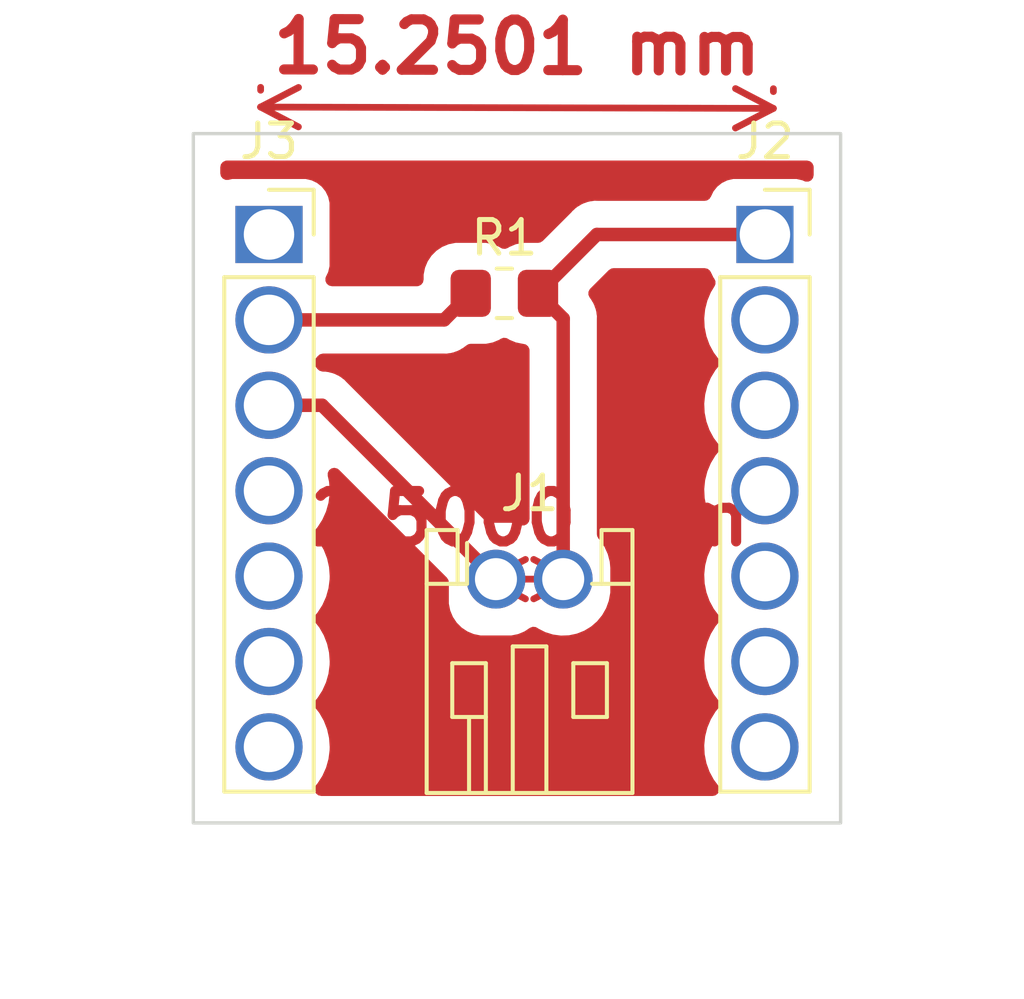
<source format=kicad_pcb>
(kicad_pcb (version 20211014) (generator pcbnew)
  (layers (0 "F.Cu" signal) (31 "B.Cu" signal) (34 "B.Paste" user) (35 "F.Paste" user) (36 "B.SilkS" user "B.Silkscreen") (37 "F.SilkS" user "F.Silkscreen") (38 "B.Mask" user) (39 "F.Mask" user) (44 "Edge.Cuts" user))
  (net 0 "")
  (net 1 "3.3V")
  (net 2 "A0")
  (net 3 "GND")
  (footprint "Connector_PinSocket_2.54mm:PinSocket_1x07_P2.54mm_Vertical" (layer "F.Cu") (at 183.25 56.75)
    (fp_text reference "J3" (at 0 -2.77) (layer "F.SilkS"))
    (fp_text value "Conn_01x07_Female")
    (fp_line (start -1.33 1.27) (end -1.33 16.57) (layer "F.SilkS") (width 0.12))
    (fp_line (start 0 -1.33) (end 1.33 -1.33) (layer "F.SilkS") (width 0.12))
    (fp_line (start -1.33 1.27) (end 1.33 1.27) (layer "F.SilkS") (width 0.12))
    (fp_line (start 1.33 1.27) (end 1.33 16.57) (layer "F.SilkS") (width 0.12))
    (fp_line (start 1.33 -1.33) (end 1.33 0) (layer "F.SilkS") (width 0.12))
    (fp_line (start -1.33 16.57) (end 1.33 16.57) (layer "F.SilkS") (width 0.12))
    (pad "1" thru_hole rect (at 0 0) (size 2 1.7) (drill 1.5) (layers *.Cu *.Mask))
    (pad "2" thru_hole circle (at 0 2.54) (size 2 2) (drill 1.5) (layers *.Cu *.Mask) (net 3 "GND"))
    (pad "3" thru_hole circle (at 0 5.08) (size 2 2) (drill 1.5) (layers *.Cu *.Mask) (net 1 "3.3V"))
    (pad "4" thru_hole circle (at 0 7.62) (size 2 2) (drill 1.5) (layers *.Cu *.Mask))
    (pad "5" thru_hole circle (at 0 10.16) (size 2 2) (drill 1.5) (layers *.Cu *.Mask))
    (pad "6" thru_hole circle (at 0 12.7) (size 2 2) (drill 1.5) (layers *.Cu *.Mask))
    (pad "7" thru_hole circle (at 0 15.24) (size 2 2) (drill 1.5) (layers *.Cu *.Mask))
  )
  (footprint "Resistor_SMD:R_0805_2012Metric_Pad1.20x1.40mm_HandSolder" (layer "F.Cu") (at 190.25 58.5)
    (fp_text reference "R1" (at 0 -1.65) (layer "F.SilkS"))
    (fp_text value "155")
    (fp_line (start -0.227064 0.735) (end 0.227064 0.735) (layer "F.SilkS") (width 0.12))
    (fp_line (start -0.227064 -0.735) (end 0.227064 -0.735) (layer "F.SilkS") (width 0.12))
    (pad "1" smd roundrect (at -1 0) (size 1.2 1.4) (layers "F.Cu" "F.Paste" "F.Mask") (roundrect_rratio 0.2083333333) (net 3 "GND"))
    (pad "2" smd roundrect (at 1 0) (size 1.2 1.4) (layers "F.Cu" "F.Paste" "F.Mask") (roundrect_rratio 0.2083333333) (net 2 "A0"))
  )
  (footprint "Connector_JST:JST_PH_S2B-PH-K_1x02_P2.00mm_Horizontal" (layer "F.Cu") (at 190 67)
    (fp_text reference "J1" (at 1 -2.55) (layer "F.SilkS"))
    (fp_text value "Conn_01x02_Female")
    (fp_line (start 4.06 6.36) (end 4.06 -1.46) (layer "F.SilkS") (width 0.12))
    (fp_line (start -1.3 4.1) (end -0.3 4.1) (layer "F.SilkS") (width 0.12))
    (fp_line (start -0.3 4.1) (end -0.3 6.36) (layer "F.SilkS") (width 0.12))
    (fp_line (start 4.06 -1.46) (end 3.14 -1.46) (layer "F.SilkS") (width 0.12))
    (fp_line (start 0.5 2) (end 1.5 2) (layer "F.SilkS") (width 0.12))
    (fp_line (start -2.06 -1.46) (end -2.06 6.36) (layer "F.SilkS") (width 0.12))
    (fp_line (start -2.06 6.36) (end 4.06 6.36) (layer "F.SilkS") (width 0.12))
    (fp_line (start -1.3 2.5) (end -1.3 4.1) (layer "F.SilkS") (width 0.12))
    (fp_line (start 4.06 0.14) (end 3.14 0.14) (layer "F.SilkS") (width 0.12))
    (fp_line (start 2.3 2.5) (end 3.3 2.5) (layer "F.SilkS") (width 0.12))
    (fp_line (start -1.14 0.14) (end -1.14 -1.46) (layer "F.SilkS") (width 0.12))
    (fp_line (start 1.5 2) (end 1.5 6.36) (layer "F.SilkS") (width 0.12))
    (fp_line (start 3.3 2.5) (end 3.3 4.1) (layer "F.SilkS") (width 0.12))
    (fp_line (start -0.86 0.14) (end -1.14 0.14) (layer "F.SilkS") (width 0.12))
    (fp_line (start -1.14 -1.46) (end -2.06 -1.46) (layer "F.SilkS") (width 0.12))
    (fp_line (start 2.3 4.1) (end 2.3 2.5) (layer "F.SilkS") (width 0.12))
    (fp_line (start -0.3 2.5) (end -1.3 2.5) (layer "F.SilkS") (width 0.12))
    (fp_line (start -0.86 0.14) (end -0.86 -1.075) (layer "F.SilkS") (width 0.12))
    (fp_line (start -2.06 0.14) (end -1.14 0.14) (layer "F.SilkS") (width 0.12))
    (fp_line (start -0.3 4.1) (end -0.3 2.5) (layer "F.SilkS") (width 0.12))
    (fp_line (start 3.14 -1.46) (end 3.14 0.14) (layer "F.SilkS") (width 0.12))
    (fp_line (start 3.14 0.14) (end 2.86 0.14) (layer "F.SilkS") (width 0.12))
    (fp_line (start -0.8 4.1) (end -0.8 6.36) (layer "F.SilkS") (width 0.12))
    (fp_line (start 0.5 6.36) (end 0.5 2) (layer "F.SilkS") (width 0.12))
    (fp_line (start 3.3 4.1) (end 2.3 4.1) (layer "F.SilkS") (width 0.12))
    (pad "" thru_hole circle (at 2 0) (size 1.75 1.75) (drill 1.25) (layers *.Cu *.Mask) (net 2 "A0"))
    (pad "1" thru_hole circle (at 0 0) (size 1.75 1.75) (drill 1.25) (layers *.Cu *.Mask) (net 1 "3.3V"))
  )
  (footprint "Connector_PinSocket_2.54mm:PinSocket_1x07_P2.54mm_Vertical" (layer "F.Cu") (at 198 56.75)
    (fp_text reference "J2" (at 0 -2.77) (layer "F.SilkS"))
    (fp_text value "Conn_01x07_Female")
    (fp_line (start 1.33 1.27) (end 1.33 16.57) (layer "F.SilkS") (width 0.12))
    (fp_line (start -1.33 1.27) (end -1.33 16.57) (layer "F.SilkS") (width 0.12))
    (fp_line (start -1.33 1.27) (end 1.33 1.27) (layer "F.SilkS") (width 0.12))
    (fp_line (start -1.33 16.57) (end 1.33 16.57) (layer "F.SilkS") (width 0.12))
    (fp_line (start 1.33 -1.33) (end 1.33 0) (layer "F.SilkS") (width 0.12))
    (fp_line (start 0 -1.33) (end 1.33 -1.33) (layer "F.SilkS") (width 0.12))
    (pad "1" thru_hole rect (at 0 0) (size 1.7 1.7) (drill 1.5) (layers *.Cu *.Mask) (net 2 "A0"))
    (pad "2" thru_hole circle (at 0 2.54) (size 2 2) (drill 1.5) (layers *.Cu *.Mask))
    (pad "3" thru_hole circle (at 0 5.08) (size 2 2) (drill 1.5) (layers *.Cu *.Mask))
    (pad "4" thru_hole circle (at 0 7.62) (size 2 2) (drill 1.5) (layers *.Cu *.Mask))
    (pad "5" thru_hole circle (at 0 10.16) (size 2 2) (drill 1.5) (layers *.Cu *.Mask))
    (pad "6" thru_hole circle (at 0 12.7) (size 2 2) (drill 1.5) (layers *.Cu *.Mask))
    (pad "7" thru_hole circle (at 0 15.24) (size 2 2) (drill 1.5) (layers *.Cu *.Mask))
  )
  (gr_rect (start 181 53.75) (end 200.25 74.25) (layer "Edge.Cuts") (width 0.1) (fill none))
  (dimension (type aligned) (layer "F.Cu") (pts (xy 189.75 67) (xy 192.25 67)) (height 0) (gr_text "2.5000 mm" (at 191 65.2) (layer "F.Cu") (effects (font (size 1.5 1.5) (thickness 0.3)))) (format (units 3) (units_format 1) (precision 4)) (style (thickness 0.2) (arrow_length 1.27) (text_position_mode 0) (extension_height 0.58642) (extension_offset 0.5) keep_text_aligned))
  (dimension (type aligned) (layer "F.Cu") (pts (xy 183 52.96) (xy 198.25 53)) (height 0) (gr_text "15.2501 mm" (at 190.629721 51.180006 359.8497163) (layer "F.Cu") (effects (font (size 1.5 1.5) (thickness 0.3)))) (format (units 3) (units_format 1) (precision 4)) (style (thickness 0.2) (arrow_length 1.27) (text_position_mode 0) (extension_height 0.58642) (extension_offset 0.5) keep_text_aligned))
  (segment (start 190 67) (end 184.83 61.83) (width 0.4) (layer "F.Cu") (net 1))
  (segment (start 184.83 61.83) (end 183.25 61.83) (width 0.4) (layer "F.Cu") (net 1))
  (segment (start 191.25 58.5) (end 193 56.75) (width 0.4) (layer "F.Cu") (net 2))
  (segment (start 193 56.75) (end 198 56.75) (width 0.4) (layer "F.Cu") (net 2))
  (segment (start 192 67) (end 192 59.25) (width 0.4) (layer "F.Cu") (net 2))
  (segment (start 192 59.25) (end 191.25 58.5) (width 0.4) (layer "F.Cu") (net 2))
  (segment (start 189.25 58.5) (end 188.46 59.29) (width 0.4) (layer "F.Cu") (net 3))
  (segment (start 188.46 59.29) (end 183.25 59.29) (width 0.4) (layer "F.Cu") (net 3))
  (zone (net 0) (net_name "") (layer "F.Cu") (connect_pads (clearance 0.8)) (min_thickness 0.4) (fill yes (thermal_gap 0.508) (thermal_bridge_width 0.508))
    (polygon (pts (xy 205.035061 79.212842) (xy 175.266989 79.499835) (xy 175.25 50.25) (xy 204.768072 50.213007)))
  )
)
</source>
